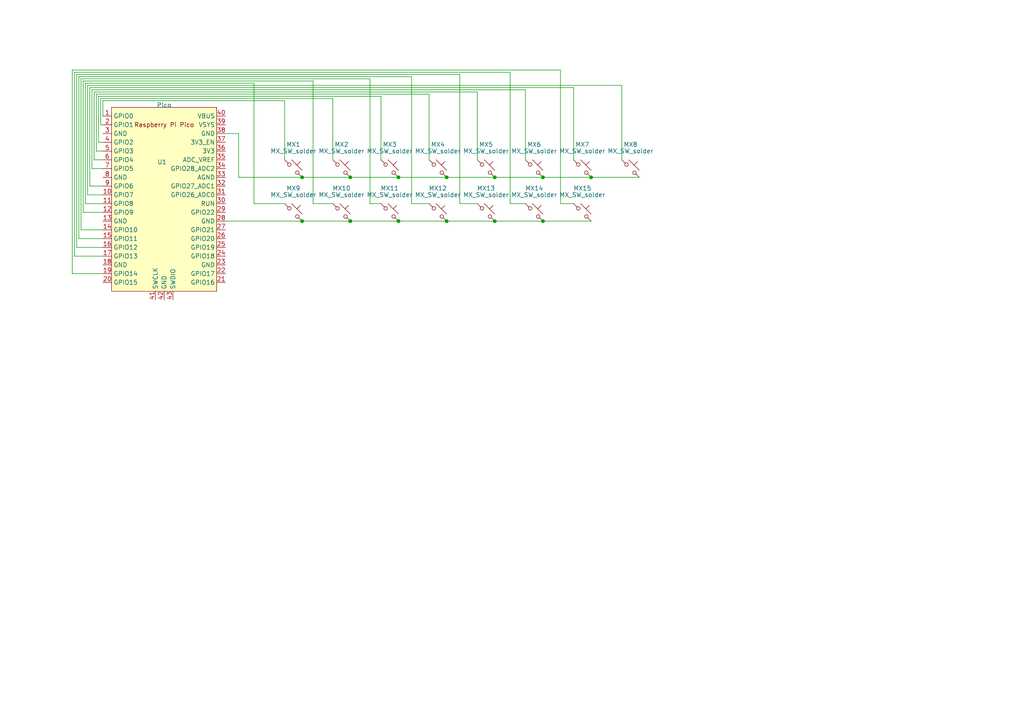
<source format=kicad_sch>
(kicad_sch (version 20230121) (generator eeschema)
  (paper "A4")
  (lib_symbols
    (symbol "MCU_RaspberryPi_and_Boards:Pico"
      (property "Reference" "U" (at -13.97 27.94 0))
      (property "Value" "Pico" (at 0 19.05 0))
      (symbol "Pico_0_0"
        (text "Raspberry Pi Pico" (at 0 21.59 0) (effects (font (size 1.27 1.27))))
      )
      (symbol "Pico_0_1"
        (rectangle (start -15.24 26.67) (end 15.24 -26.67) (fill (type background)))
      )
      (symbol "Pico_1_1"
        (pin bidirectional line (at -17.78 24.13 0) (length 2.54) (name "GPIO0") (number "1"))
        (pin bidirectional line (at -17.78 1.27 0) (length 2.54) (name "GPIO7") (number "10"))
        (pin bidirectional line (at -17.78 -1.27 0) (length 2.54) (name "GPIO8") (number "11"))
        (pin bidirectional line (at -17.78 -3.81 0) (length 2.54) (name "GPIO9") (number "12"))
        (pin power_in line (at -17.78 -6.35 0) (length 2.54) (name "GND") (number "13"))
        (pin bidirectional line (at -17.78 -8.89 0) (length 2.54) (name "GPIO10") (number "14"))
        (pin bidirectional line (at -17.78 -11.43 0) (length 2.54) (name "GPIO11") (number "15"))
        (pin bidirectional line (at -17.78 -13.97 0) (length 2.54) (name "GPIO12") (number "16"))
        (pin bidirectional line (at -17.78 -16.51 0) (length 2.54) (name "GPIO13") (number "17"))
        (pin power_in line (at -17.78 -19.05 0) (length 2.54) (name "GND") (number "18"))
        (pin bidirectional line (at -17.78 -21.59 0) (length 2.54) (name "GPIO14") (number "19"))
        (pin bidirectional line (at -17.78 21.59 0) (length 2.54) (name "GPIO1") (number "2"))
        (pin bidirectional line (at -17.78 -24.13 0) (length 2.54) (name "GPIO15") (number "20"))
        (pin bidirectional line (at 17.78 -24.13 180) (length 2.54) (name "GPIO16") (number "21"))
        (pin bidirectional line (at 17.78 -21.59 180) (length 2.54) (name "GPIO17") (number "22"))
        (pin power_in line (at 17.78 -19.05 180) (length 2.54) (name "GND") (number "23"))
        (pin bidirectional line (at 17.78 -16.51 180) (length 2.54) (name "GPIO18") (number "24"))
        (pin bidirectional line (at 17.78 -13.97 180) (length 2.54) (name "GPIO19") (number "25"))
        (pin bidirectional line (at 17.78 -11.43 180) (length 2.54) (name "GPIO20") (number "26"))
        (pin bidirectional line (at 17.78 -8.89 180) (length 2.54) (name "GPIO21") (number "27"))
        (pin power_in line (at 17.78 -6.35 180) (length 2.54) (name "GND") (number "28"))
        (pin bidirectional line (at 17.78 -3.81 180) (length 2.54) (name "GPIO22") (number "29"))
        (pin power_in line (at -17.78 19.05 0) (length 2.54) (name "GND") (number "3"))
        (pin input line (at 17.78 -1.27 180) (length 2.54) (name "RUN") (number "30"))
        (pin bidirectional line (at 17.78 1.27 180) (length 2.54) (name "GPIO26_ADC0") (number "31"))
        (pin bidirectional line (at 17.78 3.81 180) (length 2.54) (name "GPIO27_ADC1") (number "32"))
        (pin power_in line (at 17.78 6.35 180) (length 2.54) (name "AGND") (number "33"))
        (pin bidirectional line (at 17.78 8.89 180) (length 2.54) (name "GPIO28_ADC2") (number "34"))
        (pin power_in line (at 17.78 11.43 180) (length 2.54) (name "ADC_VREF") (number "35"))
        (pin power_in line (at 17.78 13.97 180) (length 2.54) (name "3V3") (number "36"))
        (pin input line (at 17.78 16.51 180) (length 2.54) (name "3V3_EN") (number "37"))
        (pin bidirectional line (at 17.78 19.05 180) (length 2.54) (name "GND") (number "38"))
        (pin power_in line (at 17.78 21.59 180) (length 2.54) (name "VSYS") (number "39"))
        (pin bidirectional line (at -17.78 16.51 0) (length 2.54) (name "GPIO2") (number "4"))
        (pin power_in line (at 17.78 24.13 180) (length 2.54) (name "VBUS") (number "40"))
        (pin input line (at -2.54 -29.21 90) (length 2.54) (name "SWCLK") (number "41"))
        (pin power_in line (at 0 -29.21 90) (length 2.54) (name "GND") (number "42"))
        (pin bidirectional line (at 2.54 -29.21 90) (length 2.54) (name "SWDIO") (number "43"))
        (pin bidirectional line (at -17.78 13.97 0) (length 2.54) (name "GPIO3") (number "5"))
        (pin bidirectional line (at -17.78 11.43 0) (length 2.54) (name "GPIO4") (number "6"))
        (pin bidirectional line (at -17.78 8.89 0) (length 2.54) (name "GPIO5") (number "7"))
        (pin power_in line (at -17.78 6.35 0) (length 2.54) (name "GND") (number "8"))
        (pin bidirectional line (at -17.78 3.81 0) (length 2.54) (name "GPIO6") (number "9"))
      )
    )
    (symbol "PCM_marbastlib-mx:MX_SW_solder" (pin_numbers hide) (pin_names (offset 1.016) hide)
      (property "Reference" "MX" (at 3.048 1.016 0))
      (property "Value" "MX_SW_solder" (at 0 -3.81 0))
      (symbol "MX_SW_solder_0_1"
        (circle (center -1.1684 1.1684) (radius 0.508))
        (polyline (pts (xy -0.508 2.54) (xy 2.54 -0.508)))
        (polyline (pts (xy 1.016 1.016) (xy 2.032 2.032)))
        (polyline (pts (xy -2.54 2.54) (xy -1.524 1.524) (xy -1.524 1.524)))
        (polyline (pts (xy 1.524 -1.524) (xy 2.54 -2.54) (xy 2.54 -2.54) (xy 2.54 -2.54)))
        (circle (center 1.143 -1.1938) (radius 0.508))
        (pin passive line (at -2.54 2.54 0) (length 0) (name "1") (number "1"))
        (pin passive line (at 2.54 -2.54 180) (length 0) (name "2") (number "2"))
      )
    )
  )
  (junction (at 129.54 64.135))
  (junction (at 143.51 51.435))
  (junction (at 101.6 64.135))
  (junction (at 129.54 51.435))
  (junction (at 143.51 64.135))
  (junction (at 115.57 64.135))
  (junction (at 87.63 51.435))
  (junction (at 157.48 64.135))
  (junction (at 171.45 51.435))
  (junction (at 157.48 51.435))
  (junction (at 101.6 51.435))
  (junction (at 87.63 64.135))
  (junction (at 115.57 51.435))
  (wire (pts (xy 124.46 59.055) (xy 119.38 59.055)))
  (wire (pts (xy 185.42 51.435) (xy 171.45 51.435)))
  (wire (pts (xy 24.765 24.13) (xy 24.765 59.055)))
  (wire (pts (xy 21.59 20.955) (xy 21.59 74.295)))
  (wire (pts (xy 110.49 59.055) (xy 107.315 59.055)))
  (wire (pts (xy 96.52 46.355) (xy 96.52 28.575)))
  (wire (pts (xy 143.51 64.135) (xy 157.48 64.135)))
  (wire (pts (xy 115.57 64.135) (xy 129.54 64.135)))
  (wire (pts (xy 166.37 59.055) (xy 162.56 59.055)))
  (wire (pts (xy 24.13 23.495) (xy 24.13 61.595)))
  (wire (pts (xy 110.49 46.355) (xy 110.49 27.94)))
  (wire (pts (xy 101.6 64.135) (xy 115.57 64.135)))
  (wire (pts (xy 25.4 56.515) (xy 29.845 56.515)))
  (wire (pts (xy 22.225 21.59) (xy 22.225 71.755)))
  (wire (pts (xy 96.52 28.575) (xy 29.21 28.575)))
  (wire (pts (xy 115.57 51.435) (xy 101.6 51.435)))
  (wire (pts (xy 20.955 20.32) (xy 20.955 79.375)))
  (wire (pts (xy 26.035 25.4) (xy 26.035 53.975)))
  (wire (pts (xy 119.38 22.225) (xy 22.86 22.225)))
  (wire (pts (xy 27.94 27.305) (xy 27.94 43.815)))
  (wire (pts (xy 166.37 25.4) (xy 26.035 25.4)))
  (wire (pts (xy 133.35 21.59) (xy 22.225 21.59)))
  (wire (pts (xy 28.575 27.94) (xy 28.575 41.275)))
  (wire (pts (xy 24.13 61.595) (xy 29.845 61.595)))
  (wire (pts (xy 133.35 59.055) (xy 133.35 21.59)))
  (wire (pts (xy 152.4 26.035) (xy 26.67 26.035)))
  (wire (pts (xy 147.955 59.055) (xy 147.955 20.955)))
  (wire (pts (xy 110.49 27.94) (xy 28.575 27.94)))
  (wire (pts (xy 90.805 59.055) (xy 90.805 23.495)))
  (wire (pts (xy 107.315 22.86) (xy 23.495 22.86)))
  (wire (pts (xy 129.54 51.435) (xy 115.57 51.435)))
  (wire (pts (xy 138.43 59.055) (xy 133.35 59.055)))
  (wire (pts (xy 20.955 79.375) (xy 29.845 79.375)))
  (wire (pts (xy 119.38 59.055) (xy 119.38 22.225)))
  (wire (pts (xy 29.845 29.21) (xy 29.845 33.655)))
  (wire (pts (xy 124.46 46.355) (xy 124.46 27.305)))
  (wire (pts (xy 26.035 53.975) (xy 29.845 53.975)))
  (wire (pts (xy 24.765 59.055) (xy 29.845 59.055)))
  (wire (pts (xy 180.34 46.355) (xy 180.34 24.765)))
  (wire (pts (xy 65.405 64.135) (xy 87.63 64.135)))
  (wire (pts (xy 82.55 59.055) (xy 73.66 59.055)))
  (wire (pts (xy 152.4 59.055) (xy 147.955 59.055)))
  (wire (pts (xy 90.805 23.495) (xy 24.13 23.495)))
  (wire (pts (xy 180.34 24.765) (xy 25.4 24.765)))
  (wire (pts (xy 124.46 27.305) (xy 27.94 27.305)))
  (wire (pts (xy 27.305 26.67) (xy 27.305 46.355)))
  (wire (pts (xy 107.315 59.055) (xy 107.315 22.86)))
  (wire (pts (xy 87.63 51.435) (xy 69.215 51.435)))
  (wire (pts (xy 129.54 64.135) (xy 143.51 64.135)))
  (wire (pts (xy 73.66 24.13) (xy 24.765 24.13)))
  (wire (pts (xy 29.21 28.575) (xy 29.21 36.195)))
  (wire (pts (xy 166.37 46.355) (xy 166.37 25.4)))
  (wire (pts (xy 22.86 69.215) (xy 29.845 69.215)))
  (wire (pts (xy 138.43 26.67) (xy 27.305 26.67)))
  (wire (pts (xy 23.495 22.86) (xy 23.495 66.675)))
  (wire (pts (xy 23.495 66.675) (xy 29.845 66.675)))
  (wire (pts (xy 22.86 22.225) (xy 22.86 69.215)))
  (wire (pts (xy 26.67 48.895) (xy 29.845 48.895)))
  (wire (pts (xy 157.48 51.435) (xy 143.51 51.435)))
  (wire (pts (xy 27.305 46.355) (xy 29.845 46.355)))
  (wire (pts (xy 162.56 59.055) (xy 162.56 20.32)))
  (wire (pts (xy 28.575 41.275) (xy 29.845 41.275)))
  (wire (pts (xy 87.63 64.135) (xy 101.6 64.135)))
  (wire (pts (xy 69.215 38.735) (xy 65.405 38.735)))
  (wire (pts (xy 101.6 51.435) (xy 87.63 51.435)))
  (wire (pts (xy 96.52 59.055) (xy 90.805 59.055)))
  (wire (pts (xy 157.48 64.135) (xy 171.45 64.135)))
  (wire (pts (xy 26.67 26.035) (xy 26.67 48.895)))
  (wire (pts (xy 143.51 51.435) (xy 129.54 51.435)))
  (wire (pts (xy 147.955 20.955) (xy 21.59 20.955)))
  (wire (pts (xy 82.55 29.21) (xy 29.845 29.21)))
  (wire (pts (xy 138.43 46.355) (xy 138.43 26.67)))
  (wire (pts (xy 171.45 51.435) (xy 157.48 51.435)))
  (wire (pts (xy 82.55 46.355) (xy 82.55 29.21)))
  (wire (pts (xy 21.59 74.295) (xy 29.845 74.295)))
  (wire (pts (xy 69.215 51.435) (xy 69.215 38.735)))
  (wire (pts (xy 27.94 43.815) (xy 29.845 43.815)))
  (wire (pts (xy 25.4 24.765) (xy 25.4 56.515)))
  (wire (pts (xy 22.225 71.755) (xy 29.845 71.755)))
  (wire (pts (xy 152.4 46.355) (xy 152.4 26.035)))
  (wire (pts (xy 29.21 36.195) (xy 29.845 36.195)))
  (wire (pts (xy 162.56 20.32) (xy 20.955 20.32)))
  (wire (pts (xy 73.66 59.055) (xy 73.66 24.13)))
  (symbol (lib_id "PCM_marbastlib-mx:MX_SW_solder") (at 154.94 48.895 0) (unit 1)
    (property "Reference" "MX6" (at 154.94 41.91 0))
    (property "Value" "MX_SW_solder" (at 154.94 43.815 0))
    (property "Footprint" "PCM_marbastlib-mx:SW_MX_1u" (effects hide))
  )
  (symbol (lib_id "PCM_marbastlib-mx:MX_SW_solder") (at 140.97 61.595 0) (unit 1)
    (property "Reference" "MX13" (at 140.97 54.61 0))
    (property "Value" "MX_SW_solder" (at 140.97 56.515 0))
    (property "Footprint" "PCM_marbastlib-mx:SW_MX_1u" (effects hide))
  )
  (symbol (lib_id "PCM_marbastlib-mx:MX_SW_solder") (at 99.06 61.595 0) (unit 1)
    (property "Reference" "MX10" (at 99.06 54.61 0))
    (property "Value" "MX_SW_solder" (at 99.06 56.515 0))
    (property "Footprint" "PCM_marbastlib-mx:SW_MX_1u" (effects hide))
  )
  (symbol (lib_id "PCM_marbastlib-mx:MX_SW_solder") (at 99.06 48.895 0) (unit 1)
    (property "Reference" "MX2" (at 99.06 41.91 0))
    (property "Value" "MX_SW_solder" (at 99.06 43.815 0))
    (property "Footprint" "PCM_marbastlib-mx:SW_MX_1u" (effects hide))
  )
  (symbol (lib_id "PCM_marbastlib-mx:MX_SW_solder") (at 182.88 48.895 0) (unit 1)
    (property "Reference" "MX8" (at 182.88 41.91 0))
    (property "Value" "MX_SW_solder" (at 182.88 43.815 0))
    (property "Footprint" "PCM_marbastlib-mx:SW_MX_1u" (effects hide))
  )
  (symbol (lib_id "MCU_RaspberryPi_and_Boards:Pico") (at 47.625 57.785 0) (unit 1)
    (property "Reference" "U1" (at 46.99 46.99 0))
    (property "Value" "Pico" (at 47.625 30.48 0))
    (property "Footprint" "MCU_RaspberryPi_and_Boards:RPi_Pico_SMD_TH" (effects hide))
  )
  (symbol (lib_id "PCM_marbastlib-mx:MX_SW_solder") (at 168.91 61.595 0) (unit 1)
    (property "Reference" "MX15" (at 168.91 54.61 0))
    (property "Value" "MX_SW_solder" (at 168.91 56.515 0))
    (property "Footprint" "PCM_marbastlib-mx:SW_MX_1u" (effects hide))
  )
  (symbol (lib_id "PCM_marbastlib-mx:MX_SW_solder") (at 85.09 48.895 0) (unit 1)
    (property "Reference" "MX1" (at 85.09 41.91 0))
    (property "Value" "MX_SW_solder" (at 85.09 43.815 0))
    (property "Footprint" "PCM_marbastlib-mx:SW_MX_1u" (effects hide))
  )
  (symbol (lib_id "PCM_marbastlib-mx:MX_SW_solder") (at 154.94 61.595 0) (unit 1)
    (property "Reference" "MX14" (at 154.94 54.61 0))
    (property "Value" "MX_SW_solder" (at 154.94 56.515 0))
    (property "Footprint" "PCM_marbastlib-mx:SW_MX_1u" (effects hide))
  )
  (symbol (lib_id "PCM_marbastlib-mx:MX_SW_solder") (at 127 61.595 0) (unit 1)
    (property "Reference" "MX12" (at 127 54.61 0))
    (property "Value" "MX_SW_solder" (at 127 56.515 0))
    (property "Footprint" "PCM_marbastlib-mx:SW_MX_1u" (effects hide))
  )
  (symbol (lib_id "PCM_marbastlib-mx:MX_SW_solder") (at 85.09 61.595 0) (unit 1)
    (property "Reference" "MX9" (at 85.09 54.61 0))
    (property "Value" "MX_SW_solder" (at 85.09 56.515 0))
    (property "Footprint" "PCM_marbastlib-mx:SW_MX_1u" (effects hide))
  )
  (symbol (lib_id "PCM_marbastlib-mx:MX_SW_solder") (at 168.91 48.895 0) (unit 1)
    (property "Reference" "MX7" (at 168.91 41.91 0))
    (property "Value" "MX_SW_solder" (at 168.91 43.815 0))
    (property "Footprint" "PCM_marbastlib-mx:SW_MX_1u" (effects hide))
  )
  (symbol (lib_id "PCM_marbastlib-mx:MX_SW_solder") (at 113.03 48.895 0) (unit 1)
    (property "Reference" "MX3" (at 113.03 41.91 0))
    (property "Value" "MX_SW_solder" (at 113.03 43.815 0))
    (property "Footprint" "PCM_marbastlib-mx:SW_MX_1u" (effects hide))
  )
  (symbol (lib_id "PCM_marbastlib-mx:MX_SW_solder") (at 127 48.895 0) (unit 1)
    (property "Reference" "MX4" (at 127 41.91 0))
    (property "Value" "MX_SW_solder" (at 127 43.815 0))
    (property "Footprint" "PCM_marbastlib-mx:SW_MX_1u" (effects hide))
  )
  (symbol (lib_id "PCM_marbastlib-mx:MX_SW_solder") (at 140.97 48.895 0) (unit 1)
    (property "Reference" "MX5" (at 140.97 41.91 0))
    (property "Value" "MX_SW_solder" (at 140.97 43.815 0))
    (property "Footprint" "PCM_marbastlib-mx:SW_MX_1u" (effects hide))
  )
  (symbol (lib_id "PCM_marbastlib-mx:MX_SW_solder") (at 113.03 61.595 0) (unit 1)
    (property "Reference" "MX11" (at 113.03 54.61 0))
    (property "Value" "MX_SW_solder" (at 113.03 56.515 0))
    (property "Footprint" "PCM_marbastlib-mx:SW_MX_1u" (effects hide))
  )
)
</source>
